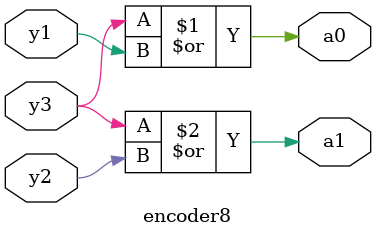
<source format=v>
module encoder8 (y1,y2,y3,a0,a1);
    input y1,y2,y3;
    output a0,a1;

    assign a0 = y3 | y1;
    assign a1 = y3 | y2;

endmodule
</source>
